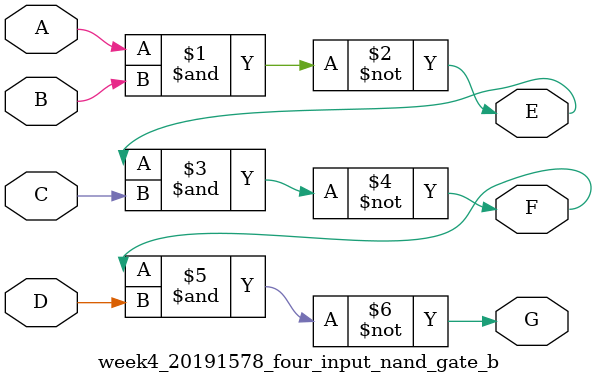
<source format=v>
`timescale 1ns / 1ps


module week4_20191578_four_input_nand_gate_b(
    input A,
    input B,
    input C,
    input D,
    output E,
    output F,
    output G
    );
    assign E = ~(A&B);
    assign F = ~(E&C);
    assign G = ~(F&D);
endmodule

</source>
